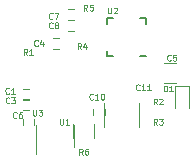
<source format=gbr>
G04 #@! TF.GenerationSoftware,KiCad,Pcbnew,(5.0.1)-4*
G04 #@! TF.CreationDate,2019-01-02T12:26:21-05:00*
G04 #@! TF.ProjectId,XHP70_LED_driver,58485037305F4C45445F647269766572,rev?*
G04 #@! TF.SameCoordinates,Original*
G04 #@! TF.FileFunction,Legend,Top*
G04 #@! TF.FilePolarity,Positive*
%FSLAX46Y46*%
G04 Gerber Fmt 4.6, Leading zero omitted, Abs format (unit mm)*
G04 Created by KiCad (PCBNEW (5.0.1)-4) date 1/2/2019 12:26:21 PM*
%MOMM*%
%LPD*%
G01*
G04 APERTURE LIST*
%ADD10C,0.150000*%
%ADD11C,0.120000*%
%ADD12C,0.100000*%
G04 APERTURE END LIST*
D10*
G04 #@! TO.C,U2*
X103387500Y-54962500D02*
X103887500Y-54962500D01*
X103387500Y-51712500D02*
X103887500Y-51712500D01*
X106637500Y-51712500D02*
X106137500Y-51712500D01*
X106637500Y-54962500D02*
X106137500Y-54962500D01*
X103387500Y-51712500D02*
X103387500Y-52212500D01*
X106637500Y-51712500D02*
X106637500Y-52212500D01*
X103387500Y-54962500D02*
X103387500Y-54462500D01*
D11*
G04 #@! TO.C,C1*
X96800000Y-57730000D02*
X96300000Y-57730000D01*
X96300000Y-58670000D02*
X96800000Y-58670000D01*
G04 #@! TO.C,C5*
X108200000Y-57250000D02*
X109200000Y-57250000D01*
X109200000Y-55550000D02*
X108200000Y-55550000D01*
G04 #@! TO.C,C11*
X106080000Y-60900000D02*
X106080000Y-58900000D01*
X103120000Y-58900000D02*
X103120000Y-60900000D01*
G04 #@! TO.C,R6*
X100520000Y-61850000D02*
X100520000Y-60650000D01*
X102280000Y-60650000D02*
X102280000Y-61850000D01*
G04 #@! TO.C,D1*
X109100000Y-59300000D02*
X109100000Y-57450000D01*
X110300000Y-59300000D02*
X110300000Y-57450000D01*
X110300000Y-57450000D02*
X109100000Y-57450000D01*
G04 #@! TO.C,C6*
X96280000Y-60300000D02*
X96280000Y-60800000D01*
X97220000Y-60800000D02*
X97220000Y-60300000D01*
G04 #@! TO.C,C7*
X100050000Y-51920000D02*
X100550000Y-51920000D01*
X100550000Y-50980000D02*
X100050000Y-50980000D01*
G04 #@! TO.C,U3*
X97390000Y-60800000D02*
X97390000Y-63250000D01*
X100610000Y-62600000D02*
X100610000Y-60800000D01*
G04 #@! TO.C,C4*
X99300000Y-53380000D02*
X98800000Y-53380000D01*
X98800000Y-54320000D02*
X99300000Y-54320000D01*
G04 #@! TO.C,C3*
X96800000Y-58530000D02*
X96300000Y-58530000D01*
X96300000Y-59470000D02*
X96800000Y-59470000D01*
G04 #@! TO.C,C8*
X100050000Y-52820000D02*
X100550000Y-52820000D01*
X100550000Y-51880000D02*
X100050000Y-51880000D01*
G04 #@! TO.C,C10*
X103170000Y-59950000D02*
X103170000Y-59450000D01*
X102230000Y-59450000D02*
X102230000Y-59950000D01*
G04 #@! TO.C,U1*
D12*
X99369047Y-60226190D02*
X99369047Y-60630952D01*
X99392857Y-60678571D01*
X99416666Y-60702380D01*
X99464285Y-60726190D01*
X99559523Y-60726190D01*
X99607142Y-60702380D01*
X99630952Y-60678571D01*
X99654761Y-60630952D01*
X99654761Y-60226190D01*
X100154761Y-60726190D02*
X99869047Y-60726190D01*
X100011904Y-60726190D02*
X100011904Y-60226190D01*
X99964285Y-60297619D01*
X99916666Y-60345238D01*
X99869047Y-60369047D01*
G04 #@! TO.C,U2*
X103469047Y-50826190D02*
X103469047Y-51230952D01*
X103492857Y-51278571D01*
X103516666Y-51302380D01*
X103564285Y-51326190D01*
X103659523Y-51326190D01*
X103707142Y-51302380D01*
X103730952Y-51278571D01*
X103754761Y-51230952D01*
X103754761Y-50826190D01*
X103969047Y-50873809D02*
X103992857Y-50850000D01*
X104040476Y-50826190D01*
X104159523Y-50826190D01*
X104207142Y-50850000D01*
X104230952Y-50873809D01*
X104254761Y-50921428D01*
X104254761Y-50969047D01*
X104230952Y-51040476D01*
X103945238Y-51326190D01*
X104254761Y-51326190D01*
G04 #@! TO.C,C1*
X95066666Y-58078571D02*
X95042857Y-58102380D01*
X94971428Y-58126190D01*
X94923809Y-58126190D01*
X94852380Y-58102380D01*
X94804761Y-58054761D01*
X94780952Y-58007142D01*
X94757142Y-57911904D01*
X94757142Y-57840476D01*
X94780952Y-57745238D01*
X94804761Y-57697619D01*
X94852380Y-57650000D01*
X94923809Y-57626190D01*
X94971428Y-57626190D01*
X95042857Y-57650000D01*
X95066666Y-57673809D01*
X95542857Y-58126190D02*
X95257142Y-58126190D01*
X95400000Y-58126190D02*
X95400000Y-57626190D01*
X95352380Y-57697619D01*
X95304761Y-57745238D01*
X95257142Y-57769047D01*
G04 #@! TO.C,C5*
X108766666Y-55278571D02*
X108742857Y-55302380D01*
X108671428Y-55326190D01*
X108623809Y-55326190D01*
X108552380Y-55302380D01*
X108504761Y-55254761D01*
X108480952Y-55207142D01*
X108457142Y-55111904D01*
X108457142Y-55040476D01*
X108480952Y-54945238D01*
X108504761Y-54897619D01*
X108552380Y-54850000D01*
X108623809Y-54826190D01*
X108671428Y-54826190D01*
X108742857Y-54850000D01*
X108766666Y-54873809D01*
X109219047Y-54826190D02*
X108980952Y-54826190D01*
X108957142Y-55064285D01*
X108980952Y-55040476D01*
X109028571Y-55016666D01*
X109147619Y-55016666D01*
X109195238Y-55040476D01*
X109219047Y-55064285D01*
X109242857Y-55111904D01*
X109242857Y-55230952D01*
X109219047Y-55278571D01*
X109195238Y-55302380D01*
X109147619Y-55326190D01*
X109028571Y-55326190D01*
X108980952Y-55302380D01*
X108957142Y-55278571D01*
G04 #@! TO.C,C11*
X106128571Y-57778571D02*
X106104761Y-57802380D01*
X106033333Y-57826190D01*
X105985714Y-57826190D01*
X105914285Y-57802380D01*
X105866666Y-57754761D01*
X105842857Y-57707142D01*
X105819047Y-57611904D01*
X105819047Y-57540476D01*
X105842857Y-57445238D01*
X105866666Y-57397619D01*
X105914285Y-57350000D01*
X105985714Y-57326190D01*
X106033333Y-57326190D01*
X106104761Y-57350000D01*
X106128571Y-57373809D01*
X106604761Y-57826190D02*
X106319047Y-57826190D01*
X106461904Y-57826190D02*
X106461904Y-57326190D01*
X106414285Y-57397619D01*
X106366666Y-57445238D01*
X106319047Y-57469047D01*
X107080952Y-57826190D02*
X106795238Y-57826190D01*
X106938095Y-57826190D02*
X106938095Y-57326190D01*
X106890476Y-57397619D01*
X106842857Y-57445238D01*
X106795238Y-57469047D01*
G04 #@! TO.C,R6*
X101316666Y-63276190D02*
X101150000Y-63038095D01*
X101030952Y-63276190D02*
X101030952Y-62776190D01*
X101221428Y-62776190D01*
X101269047Y-62800000D01*
X101292857Y-62823809D01*
X101316666Y-62871428D01*
X101316666Y-62942857D01*
X101292857Y-62990476D01*
X101269047Y-63014285D01*
X101221428Y-63038095D01*
X101030952Y-63038095D01*
X101745238Y-62776190D02*
X101650000Y-62776190D01*
X101602380Y-62800000D01*
X101578571Y-62823809D01*
X101530952Y-62895238D01*
X101507142Y-62990476D01*
X101507142Y-63180952D01*
X101530952Y-63228571D01*
X101554761Y-63252380D01*
X101602380Y-63276190D01*
X101697619Y-63276190D01*
X101745238Y-63252380D01*
X101769047Y-63228571D01*
X101792857Y-63180952D01*
X101792857Y-63061904D01*
X101769047Y-63014285D01*
X101745238Y-62990476D01*
X101697619Y-62966666D01*
X101602380Y-62966666D01*
X101554761Y-62990476D01*
X101530952Y-63014285D01*
X101507142Y-63061904D01*
G04 #@! TO.C,D1*
X108180952Y-57926190D02*
X108180952Y-57426190D01*
X108300000Y-57426190D01*
X108371428Y-57450000D01*
X108419047Y-57497619D01*
X108442857Y-57545238D01*
X108466666Y-57640476D01*
X108466666Y-57711904D01*
X108442857Y-57807142D01*
X108419047Y-57854761D01*
X108371428Y-57902380D01*
X108300000Y-57926190D01*
X108180952Y-57926190D01*
X108942857Y-57926190D02*
X108657142Y-57926190D01*
X108800000Y-57926190D02*
X108800000Y-57426190D01*
X108752380Y-57497619D01*
X108704761Y-57545238D01*
X108657142Y-57569047D01*
G04 #@! TO.C,C6*
X95716666Y-60128571D02*
X95692857Y-60152380D01*
X95621428Y-60176190D01*
X95573809Y-60176190D01*
X95502380Y-60152380D01*
X95454761Y-60104761D01*
X95430952Y-60057142D01*
X95407142Y-59961904D01*
X95407142Y-59890476D01*
X95430952Y-59795238D01*
X95454761Y-59747619D01*
X95502380Y-59700000D01*
X95573809Y-59676190D01*
X95621428Y-59676190D01*
X95692857Y-59700000D01*
X95716666Y-59723809D01*
X96145238Y-59676190D02*
X96050000Y-59676190D01*
X96002380Y-59700000D01*
X95978571Y-59723809D01*
X95930952Y-59795238D01*
X95907142Y-59890476D01*
X95907142Y-60080952D01*
X95930952Y-60128571D01*
X95954761Y-60152380D01*
X96002380Y-60176190D01*
X96097619Y-60176190D01*
X96145238Y-60152380D01*
X96169047Y-60128571D01*
X96192857Y-60080952D01*
X96192857Y-59961904D01*
X96169047Y-59914285D01*
X96145238Y-59890476D01*
X96097619Y-59866666D01*
X96002380Y-59866666D01*
X95954761Y-59890476D01*
X95930952Y-59914285D01*
X95907142Y-59961904D01*
G04 #@! TO.C,C7*
X98766666Y-51728571D02*
X98742857Y-51752380D01*
X98671428Y-51776190D01*
X98623809Y-51776190D01*
X98552380Y-51752380D01*
X98504761Y-51704761D01*
X98480952Y-51657142D01*
X98457142Y-51561904D01*
X98457142Y-51490476D01*
X98480952Y-51395238D01*
X98504761Y-51347619D01*
X98552380Y-51300000D01*
X98623809Y-51276190D01*
X98671428Y-51276190D01*
X98742857Y-51300000D01*
X98766666Y-51323809D01*
X98933333Y-51276190D02*
X99266666Y-51276190D01*
X99052380Y-51776190D01*
G04 #@! TO.C,R3*
X107616666Y-60726190D02*
X107450000Y-60488095D01*
X107330952Y-60726190D02*
X107330952Y-60226190D01*
X107521428Y-60226190D01*
X107569047Y-60250000D01*
X107592857Y-60273809D01*
X107616666Y-60321428D01*
X107616666Y-60392857D01*
X107592857Y-60440476D01*
X107569047Y-60464285D01*
X107521428Y-60488095D01*
X107330952Y-60488095D01*
X107783333Y-60226190D02*
X108092857Y-60226190D01*
X107926190Y-60416666D01*
X107997619Y-60416666D01*
X108045238Y-60440476D01*
X108069047Y-60464285D01*
X108092857Y-60511904D01*
X108092857Y-60630952D01*
X108069047Y-60678571D01*
X108045238Y-60702380D01*
X107997619Y-60726190D01*
X107854761Y-60726190D01*
X107807142Y-60702380D01*
X107783333Y-60678571D01*
G04 #@! TO.C,U3*
X97119047Y-59476190D02*
X97119047Y-59880952D01*
X97142857Y-59928571D01*
X97166666Y-59952380D01*
X97214285Y-59976190D01*
X97309523Y-59976190D01*
X97357142Y-59952380D01*
X97380952Y-59928571D01*
X97404761Y-59880952D01*
X97404761Y-59476190D01*
X97595238Y-59476190D02*
X97904761Y-59476190D01*
X97738095Y-59666666D01*
X97809523Y-59666666D01*
X97857142Y-59690476D01*
X97880952Y-59714285D01*
X97904761Y-59761904D01*
X97904761Y-59880952D01*
X97880952Y-59928571D01*
X97857142Y-59952380D01*
X97809523Y-59976190D01*
X97666666Y-59976190D01*
X97619047Y-59952380D01*
X97595238Y-59928571D01*
G04 #@! TO.C,C4*
X97516666Y-54028571D02*
X97492857Y-54052380D01*
X97421428Y-54076190D01*
X97373809Y-54076190D01*
X97302380Y-54052380D01*
X97254761Y-54004761D01*
X97230952Y-53957142D01*
X97207142Y-53861904D01*
X97207142Y-53790476D01*
X97230952Y-53695238D01*
X97254761Y-53647619D01*
X97302380Y-53600000D01*
X97373809Y-53576190D01*
X97421428Y-53576190D01*
X97492857Y-53600000D01*
X97516666Y-53623809D01*
X97945238Y-53742857D02*
X97945238Y-54076190D01*
X97826190Y-53552380D02*
X97707142Y-53909523D01*
X98016666Y-53909523D01*
G04 #@! TO.C,C3*
X95116666Y-58878571D02*
X95092857Y-58902380D01*
X95021428Y-58926190D01*
X94973809Y-58926190D01*
X94902380Y-58902380D01*
X94854761Y-58854761D01*
X94830952Y-58807142D01*
X94807142Y-58711904D01*
X94807142Y-58640476D01*
X94830952Y-58545238D01*
X94854761Y-58497619D01*
X94902380Y-58450000D01*
X94973809Y-58426190D01*
X95021428Y-58426190D01*
X95092857Y-58450000D01*
X95116666Y-58473809D01*
X95283333Y-58426190D02*
X95592857Y-58426190D01*
X95426190Y-58616666D01*
X95497619Y-58616666D01*
X95545238Y-58640476D01*
X95569047Y-58664285D01*
X95592857Y-58711904D01*
X95592857Y-58830952D01*
X95569047Y-58878571D01*
X95545238Y-58902380D01*
X95497619Y-58926190D01*
X95354761Y-58926190D01*
X95307142Y-58902380D01*
X95283333Y-58878571D01*
G04 #@! TO.C,C8*
X98766666Y-52528571D02*
X98742857Y-52552380D01*
X98671428Y-52576190D01*
X98623809Y-52576190D01*
X98552380Y-52552380D01*
X98504761Y-52504761D01*
X98480952Y-52457142D01*
X98457142Y-52361904D01*
X98457142Y-52290476D01*
X98480952Y-52195238D01*
X98504761Y-52147619D01*
X98552380Y-52100000D01*
X98623809Y-52076190D01*
X98671428Y-52076190D01*
X98742857Y-52100000D01*
X98766666Y-52123809D01*
X99052380Y-52290476D02*
X99004761Y-52266666D01*
X98980952Y-52242857D01*
X98957142Y-52195238D01*
X98957142Y-52171428D01*
X98980952Y-52123809D01*
X99004761Y-52100000D01*
X99052380Y-52076190D01*
X99147619Y-52076190D01*
X99195238Y-52100000D01*
X99219047Y-52123809D01*
X99242857Y-52171428D01*
X99242857Y-52195238D01*
X99219047Y-52242857D01*
X99195238Y-52266666D01*
X99147619Y-52290476D01*
X99052380Y-52290476D01*
X99004761Y-52314285D01*
X98980952Y-52338095D01*
X98957142Y-52385714D01*
X98957142Y-52480952D01*
X98980952Y-52528571D01*
X99004761Y-52552380D01*
X99052380Y-52576190D01*
X99147619Y-52576190D01*
X99195238Y-52552380D01*
X99219047Y-52528571D01*
X99242857Y-52480952D01*
X99242857Y-52385714D01*
X99219047Y-52338095D01*
X99195238Y-52314285D01*
X99147619Y-52290476D01*
G04 #@! TO.C,R1*
X96616666Y-54826190D02*
X96450000Y-54588095D01*
X96330952Y-54826190D02*
X96330952Y-54326190D01*
X96521428Y-54326190D01*
X96569047Y-54350000D01*
X96592857Y-54373809D01*
X96616666Y-54421428D01*
X96616666Y-54492857D01*
X96592857Y-54540476D01*
X96569047Y-54564285D01*
X96521428Y-54588095D01*
X96330952Y-54588095D01*
X97092857Y-54826190D02*
X96807142Y-54826190D01*
X96950000Y-54826190D02*
X96950000Y-54326190D01*
X96902380Y-54397619D01*
X96854761Y-54445238D01*
X96807142Y-54469047D01*
G04 #@! TO.C,R2*
X107616666Y-59026190D02*
X107450000Y-58788095D01*
X107330952Y-59026190D02*
X107330952Y-58526190D01*
X107521428Y-58526190D01*
X107569047Y-58550000D01*
X107592857Y-58573809D01*
X107616666Y-58621428D01*
X107616666Y-58692857D01*
X107592857Y-58740476D01*
X107569047Y-58764285D01*
X107521428Y-58788095D01*
X107330952Y-58788095D01*
X107807142Y-58573809D02*
X107830952Y-58550000D01*
X107878571Y-58526190D01*
X107997619Y-58526190D01*
X108045238Y-58550000D01*
X108069047Y-58573809D01*
X108092857Y-58621428D01*
X108092857Y-58669047D01*
X108069047Y-58740476D01*
X107783333Y-59026190D01*
X108092857Y-59026190D01*
G04 #@! TO.C,R5*
X101716666Y-51076190D02*
X101550000Y-50838095D01*
X101430952Y-51076190D02*
X101430952Y-50576190D01*
X101621428Y-50576190D01*
X101669047Y-50600000D01*
X101692857Y-50623809D01*
X101716666Y-50671428D01*
X101716666Y-50742857D01*
X101692857Y-50790476D01*
X101669047Y-50814285D01*
X101621428Y-50838095D01*
X101430952Y-50838095D01*
X102169047Y-50576190D02*
X101930952Y-50576190D01*
X101907142Y-50814285D01*
X101930952Y-50790476D01*
X101978571Y-50766666D01*
X102097619Y-50766666D01*
X102145238Y-50790476D01*
X102169047Y-50814285D01*
X102192857Y-50861904D01*
X102192857Y-50980952D01*
X102169047Y-51028571D01*
X102145238Y-51052380D01*
X102097619Y-51076190D01*
X101978571Y-51076190D01*
X101930952Y-51052380D01*
X101907142Y-51028571D01*
G04 #@! TO.C,C10*
X102178571Y-58578571D02*
X102154761Y-58602380D01*
X102083333Y-58626190D01*
X102035714Y-58626190D01*
X101964285Y-58602380D01*
X101916666Y-58554761D01*
X101892857Y-58507142D01*
X101869047Y-58411904D01*
X101869047Y-58340476D01*
X101892857Y-58245238D01*
X101916666Y-58197619D01*
X101964285Y-58150000D01*
X102035714Y-58126190D01*
X102083333Y-58126190D01*
X102154761Y-58150000D01*
X102178571Y-58173809D01*
X102654761Y-58626190D02*
X102369047Y-58626190D01*
X102511904Y-58626190D02*
X102511904Y-58126190D01*
X102464285Y-58197619D01*
X102416666Y-58245238D01*
X102369047Y-58269047D01*
X102964285Y-58126190D02*
X103011904Y-58126190D01*
X103059523Y-58150000D01*
X103083333Y-58173809D01*
X103107142Y-58221428D01*
X103130952Y-58316666D01*
X103130952Y-58435714D01*
X103107142Y-58530952D01*
X103083333Y-58578571D01*
X103059523Y-58602380D01*
X103011904Y-58626190D01*
X102964285Y-58626190D01*
X102916666Y-58602380D01*
X102892857Y-58578571D01*
X102869047Y-58530952D01*
X102845238Y-58435714D01*
X102845238Y-58316666D01*
X102869047Y-58221428D01*
X102892857Y-58173809D01*
X102916666Y-58150000D01*
X102964285Y-58126190D01*
G04 #@! TO.C,R4*
X101166666Y-54326190D02*
X101000000Y-54088095D01*
X100880952Y-54326190D02*
X100880952Y-53826190D01*
X101071428Y-53826190D01*
X101119047Y-53850000D01*
X101142857Y-53873809D01*
X101166666Y-53921428D01*
X101166666Y-53992857D01*
X101142857Y-54040476D01*
X101119047Y-54064285D01*
X101071428Y-54088095D01*
X100880952Y-54088095D01*
X101595238Y-53992857D02*
X101595238Y-54326190D01*
X101476190Y-53802380D02*
X101357142Y-54159523D01*
X101666666Y-54159523D01*
G04 #@! TD*
M02*

</source>
